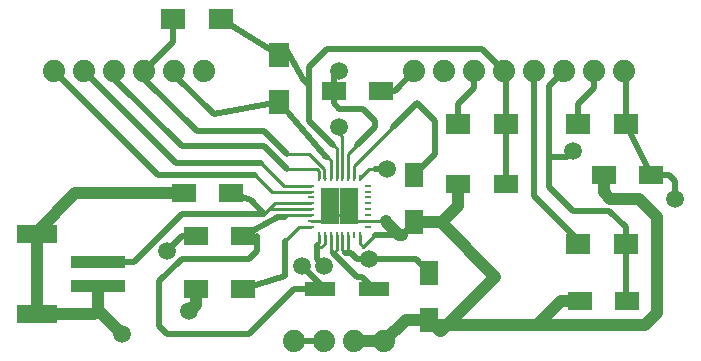
<source format=gbr>
G04 #@! TF.FileFunction,Copper,L1,Top,Signal*
%FSLAX46Y46*%
G04 Gerber Fmt 4.6, Leading zero omitted, Abs format (unit mm)*
G04 Created by KiCad (PCBNEW 4.0.6) date Saturday, December 02, 2017 'PMt' 02:19:44 PM*
%MOMM*%
%LPD*%
G01*
G04 APERTURE LIST*
%ADD10C,0.100000*%
%ADD11R,2.000000X1.600000*%
%ADD12R,1.600000X2.000000*%
%ADD13R,4.599940X0.998220*%
%ADD14R,3.398520X1.597660*%
%ADD15C,1.879600*%
%ADD16R,2.598420X1.198880*%
%ADD17R,2.600960X1.198880*%
%ADD18R,2.000000X1.700000*%
%ADD19R,1.700000X2.000000*%
%ADD20R,1.550000X1.550000*%
%ADD21R,0.600000X0.250000*%
%ADD22R,0.250000X0.600000*%
%ADD23C,1.500000*%
%ADD24C,0.500000*%
%ADD25C,0.250000*%
%ADD26C,1.000000*%
G04 APERTURE END LIST*
D10*
D11*
X176244000Y-104648000D03*
X172244000Y-104648000D03*
X174212000Y-115316000D03*
X170212000Y-115316000D03*
X163925000Y-105410000D03*
X159925000Y-105410000D03*
X140684000Y-106172000D03*
X136684000Y-106172000D03*
X141700000Y-114300000D03*
X137700000Y-114300000D03*
X141700000Y-109855000D03*
X137700000Y-109855000D03*
X149384000Y-97536000D03*
X153384000Y-97536000D03*
D12*
X156210000Y-104680000D03*
X156210000Y-108680000D03*
X157480000Y-112935000D03*
X157480000Y-116935000D03*
D13*
X129428240Y-114028220D03*
X129428240Y-112031780D03*
D14*
X124231400Y-116428520D03*
X124231400Y-109631480D03*
D15*
X173990000Y-95885000D03*
X171450000Y-95885000D03*
X168910000Y-95885000D03*
X166370000Y-95885000D03*
X163830000Y-95885000D03*
X161290000Y-95885000D03*
X158750000Y-95885000D03*
X156210000Y-95885000D03*
X125730000Y-95885000D03*
X128270000Y-95885000D03*
X130810000Y-95885000D03*
X133350000Y-95885000D03*
X135890000Y-95885000D03*
X138430000Y-95885000D03*
X146050000Y-118745000D03*
X148590000Y-118745000D03*
X151130000Y-118745000D03*
X153670000Y-118745000D03*
D16*
X148193760Y-114300000D03*
D17*
X152796240Y-114300000D03*
D18*
X170085000Y-100330000D03*
X174085000Y-100330000D03*
X170085000Y-110490000D03*
X174085000Y-110490000D03*
X159925000Y-100330000D03*
X163925000Y-100330000D03*
X135795000Y-91440000D03*
X139795000Y-91440000D03*
D19*
X144780000Y-98520000D03*
X144780000Y-94520000D03*
D20*
X149085000Y-108090000D03*
X149085000Y-106540000D03*
X150635000Y-106540000D03*
D21*
X147460000Y-105565000D03*
X147460000Y-106065000D03*
X147460000Y-106565000D03*
X147460000Y-107065000D03*
X147460000Y-107565000D03*
X147460000Y-108065000D03*
X147460000Y-108565000D03*
X147460000Y-109065000D03*
D22*
X148110000Y-109715000D03*
X148610000Y-109715000D03*
X149110000Y-109715000D03*
X149610000Y-109715000D03*
X150110000Y-109715000D03*
X150610000Y-109715000D03*
X151110000Y-109715000D03*
X151610000Y-109715000D03*
D21*
X152260000Y-109065000D03*
X152260000Y-108565000D03*
X152260000Y-108065000D03*
X152260000Y-107565000D03*
X152260000Y-107065000D03*
X152260000Y-106565000D03*
X152260000Y-106065000D03*
X152260000Y-105565000D03*
D22*
X151610000Y-104915000D03*
X151110000Y-104915000D03*
X150610000Y-104915000D03*
X150110000Y-104915000D03*
X149610000Y-104915000D03*
X149110000Y-104915000D03*
X148610000Y-104915000D03*
X148110000Y-104915000D03*
D20*
X150635000Y-108090000D03*
D23*
X178308000Y-106680000D03*
X153924000Y-104140000D03*
X131445000Y-118110000D03*
X137160000Y-116205000D03*
X149860000Y-100584000D03*
X169672000Y-102616000D03*
X146685000Y-112395000D03*
X149860000Y-95885000D03*
X148590000Y-112395000D03*
X135255000Y-111125000D03*
X152400000Y-111760000D03*
D24*
X152908000Y-104140000D02*
X153924000Y-104140000D01*
D25*
X152400000Y-104140000D02*
X152908000Y-104140000D01*
X151625000Y-104915000D02*
X152400000Y-104140000D01*
D24*
X177800000Y-104648000D02*
X176244000Y-104648000D01*
X178308000Y-105156000D02*
X177800000Y-104648000D01*
X178308000Y-106680000D02*
X178308000Y-105156000D01*
D25*
X151610000Y-104915000D02*
X151625000Y-104915000D01*
D24*
X174085000Y-100330000D02*
X176244000Y-104648000D01*
X174085000Y-100330000D02*
X174085000Y-95980000D01*
X174085000Y-95980000D02*
X173990000Y-95885000D01*
D25*
X149085000Y-108090000D02*
X149085000Y-106540000D01*
X147460000Y-108565000D02*
X148610000Y-108565000D01*
X148610000Y-108565000D02*
X149085000Y-108090000D01*
X149085000Y-108090000D02*
X150635000Y-108090000D01*
X150635000Y-108090000D02*
X150635000Y-106540000D01*
X152260000Y-108565000D02*
X151110000Y-108565000D01*
X151110000Y-108565000D02*
X150635000Y-108090000D01*
D26*
X124231400Y-109631480D02*
X124231400Y-116428520D01*
X124231400Y-116428520D02*
X129092960Y-116428520D01*
X129092960Y-116428520D02*
X129428240Y-116093240D01*
X137700000Y-114300000D02*
X137700000Y-115665000D01*
X129428240Y-116093240D02*
X129428240Y-114028220D01*
X131445000Y-118110000D02*
X129428240Y-116093240D01*
X137700000Y-115665000D02*
X137160000Y-116205000D01*
X124231400Y-109631480D02*
X124231400Y-109448600D01*
X124231400Y-109448600D02*
X127508000Y-106172000D01*
X127508000Y-106172000D02*
X136684000Y-106172000D01*
X151130000Y-118745000D02*
X153670000Y-118745000D01*
X159925000Y-105410000D02*
X159925000Y-107283000D01*
X158496000Y-108712000D02*
X158496000Y-108680000D01*
X159925000Y-107283000D02*
X158496000Y-108712000D01*
X156210000Y-108680000D02*
X158496000Y-108680000D01*
X158496000Y-108680000D02*
X158464000Y-108680000D01*
X158401000Y-117856000D02*
X157480000Y-116935000D01*
X158496000Y-117856000D02*
X158401000Y-117856000D01*
X163068000Y-113284000D02*
X158496000Y-117856000D01*
X158464000Y-108680000D02*
X163068000Y-113284000D01*
X170212000Y-115316000D02*
X168656000Y-115316000D01*
X168656000Y-115316000D02*
X166624000Y-117348000D01*
X172244000Y-104648000D02*
X172244000Y-106140000D01*
X172244000Y-106140000D02*
X172784000Y-106680000D01*
X172784000Y-106680000D02*
X175260000Y-106680000D01*
X175260000Y-106680000D02*
X176784000Y-108204000D01*
X176784000Y-108204000D02*
X176784000Y-116332000D01*
X176784000Y-116332000D02*
X175768000Y-117348000D01*
X175768000Y-117348000D02*
X166624000Y-117348000D01*
X166624000Y-117348000D02*
X157893000Y-117348000D01*
D24*
X157893000Y-117348000D02*
X157480000Y-116935000D01*
X153384000Y-97536000D02*
X154559000Y-97536000D01*
X154559000Y-97536000D02*
X156210000Y-95885000D01*
D26*
X153924000Y-108712000D02*
X154940000Y-109728000D01*
X154940000Y-109728000D02*
X155162000Y-109728000D01*
D25*
X152260000Y-108565000D02*
X153777000Y-108565000D01*
D26*
X153777000Y-108565000D02*
X153924000Y-108712000D01*
D24*
X152908000Y-109728000D02*
X155162000Y-109728000D01*
D25*
X151610000Y-110462000D02*
X151892000Y-110744000D01*
X151610000Y-109715000D02*
X151610000Y-110462000D01*
X152908000Y-109728000D02*
X151892000Y-110744000D01*
D24*
X155162000Y-109728000D02*
X156210000Y-108680000D01*
D26*
X157480000Y-116935000D02*
X155480000Y-116935000D01*
X155480000Y-116935000D02*
X153670000Y-118745000D01*
D25*
X150110000Y-103632000D02*
X150110000Y-101342000D01*
X150110000Y-101342000D02*
X149860000Y-101092000D01*
D24*
X149860000Y-100584000D02*
X149860000Y-101092000D01*
X169164000Y-103124000D02*
X167640000Y-103124000D01*
X169672000Y-102616000D02*
X169164000Y-103124000D01*
X174085000Y-110490000D02*
X174085000Y-115189000D01*
X174085000Y-115189000D02*
X174212000Y-115316000D01*
D25*
X150110000Y-104915000D02*
X150110000Y-103632000D01*
X150110000Y-103632000D02*
X150110000Y-103382000D01*
D24*
X172720000Y-107696000D02*
X169672000Y-107696000D01*
X174085000Y-109061000D02*
X172720000Y-107696000D01*
X174085000Y-110490000D02*
X174085000Y-109061000D01*
X167640000Y-105664000D02*
X167640000Y-103124000D01*
X169672000Y-107696000D02*
X167640000Y-105664000D01*
X167640000Y-97155000D02*
X168910000Y-95885000D01*
X167640000Y-103124000D02*
X167640000Y-97155000D01*
X147320000Y-97028000D02*
X147320000Y-95504000D01*
X161925000Y-93980000D02*
X163830000Y-95885000D01*
X148844000Y-93980000D02*
X161925000Y-93980000D01*
X147320000Y-95504000D02*
X148844000Y-93980000D01*
X149352000Y-102108000D02*
X147320000Y-100076000D01*
D25*
X149610000Y-102366000D02*
X149352000Y-102108000D01*
X149610000Y-104915000D02*
X149610000Y-102366000D01*
D24*
X146812000Y-96520000D02*
X145320000Y-93980000D01*
X147320000Y-97028000D02*
X146812000Y-96520000D01*
X147320000Y-100076000D02*
X147320000Y-97028000D01*
X145320000Y-93980000D02*
X144780000Y-94520000D01*
X163925000Y-100330000D02*
X163925000Y-105410000D01*
X163925000Y-100330000D02*
X163925000Y-95980000D01*
X163925000Y-95980000D02*
X163830000Y-95885000D01*
X144780000Y-94520000D02*
X139795000Y-91440000D01*
X145320000Y-93980000D02*
X144780000Y-94520000D01*
D25*
X147460000Y-107565000D02*
X143895000Y-107565000D01*
X143895000Y-107565000D02*
X143764000Y-107696000D01*
X147460000Y-107065000D02*
X144395000Y-107065000D01*
X144395000Y-107065000D02*
X143764000Y-107696000D01*
X143764000Y-107696000D02*
X143510000Y-107950000D01*
D24*
X129428240Y-112031780D02*
X132443220Y-112031780D01*
X142335000Y-106775000D02*
X140684000Y-106172000D01*
X143510000Y-107950000D02*
X142335000Y-106775000D01*
X136525000Y-107950000D02*
X143510000Y-107950000D01*
X132443220Y-112031780D02*
X136525000Y-107950000D01*
X145288000Y-110236000D02*
X145288000Y-113252000D01*
D25*
X146459000Y-109065000D02*
X145288000Y-110236000D01*
X147460000Y-109065000D02*
X146459000Y-109065000D01*
D24*
X145288000Y-113252000D02*
X141700000Y-114300000D01*
X149384000Y-97536000D02*
X149384000Y-96361000D01*
X146685000Y-112395000D02*
X148193760Y-113903760D01*
X149384000Y-96361000D02*
X149860000Y-95885000D01*
X148193760Y-113903760D02*
X148193760Y-114300000D01*
X148193760Y-114300000D02*
X146050000Y-114300000D01*
X142875000Y-111125000D02*
X142875000Y-109855000D01*
X142240000Y-111760000D02*
X142875000Y-111125000D01*
X136525000Y-111760000D02*
X142240000Y-111760000D01*
X134620000Y-113665000D02*
X136525000Y-111760000D01*
X134620000Y-117475000D02*
X134620000Y-113665000D01*
X135255000Y-118110000D02*
X134620000Y-117475000D01*
X142240000Y-118110000D02*
X135255000Y-118110000D01*
X146050000Y-114300000D02*
X142240000Y-118110000D01*
X151384000Y-102108000D02*
X152908000Y-100584000D01*
D25*
X150610000Y-104915000D02*
X150610000Y-102882000D01*
X150610000Y-102882000D02*
X150876000Y-102616000D01*
X151384000Y-102108000D02*
X150876000Y-102616000D01*
D24*
X149384000Y-98584000D02*
X149384000Y-97536000D01*
X149860000Y-99060000D02*
X149384000Y-98584000D01*
X151892000Y-99060000D02*
X149860000Y-99060000D01*
X152908000Y-100076000D02*
X151892000Y-99060000D01*
X152908000Y-100584000D02*
X152908000Y-100076000D01*
X145288000Y-108204000D02*
X144621000Y-108204000D01*
D25*
X145427000Y-108065000D02*
X145288000Y-108204000D01*
X147460000Y-108065000D02*
X145427000Y-108065000D01*
D24*
X144621000Y-108204000D02*
X141700000Y-109855000D01*
X137700000Y-109855000D02*
X136525000Y-109855000D01*
X147955000Y-111760000D02*
X147955000Y-110617000D01*
X148590000Y-112395000D02*
X147955000Y-111760000D01*
X136525000Y-109855000D02*
X135255000Y-111125000D01*
X137668000Y-109855000D02*
X137700000Y-109855000D01*
D25*
X148336000Y-110744000D02*
X147828000Y-110744000D01*
X148610000Y-110470000D02*
X148610000Y-109715000D01*
X148610000Y-110470000D02*
X148336000Y-110744000D01*
X147955000Y-110617000D02*
X147828000Y-110744000D01*
X148110000Y-110462000D02*
X147955000Y-110617000D01*
X148110000Y-109715000D02*
X148110000Y-110462000D01*
D24*
X154432000Y-100584000D02*
X156464000Y-98552000D01*
D25*
X151110000Y-103906000D02*
X154432000Y-100584000D01*
X151110000Y-104915000D02*
X151110000Y-103906000D01*
D24*
X157988000Y-102902000D02*
X156210000Y-104680000D01*
X157988000Y-100076000D02*
X157988000Y-102902000D01*
X157480000Y-99568000D02*
X157988000Y-100076000D01*
X156464000Y-98552000D02*
X157480000Y-99568000D01*
X152400000Y-111760000D02*
X156305000Y-111760000D01*
X156305000Y-111760000D02*
X157480000Y-112935000D01*
X146050000Y-118745000D02*
X148590000Y-118745000D01*
X150368000Y-111252000D02*
X150876000Y-111252000D01*
X151384000Y-111760000D02*
X152400000Y-111760000D01*
X150876000Y-111252000D02*
X151384000Y-111760000D01*
D25*
X150610000Y-109715000D02*
X150610000Y-111010000D01*
X150110000Y-110994000D02*
X150368000Y-111252000D01*
X150110000Y-110994000D02*
X150110000Y-109715000D01*
X150610000Y-111010000D02*
X150368000Y-111252000D01*
D24*
X170085000Y-100330000D02*
X170085000Y-98647000D01*
X171450000Y-97282000D02*
X171450000Y-95885000D01*
X170085000Y-98647000D02*
X171450000Y-97282000D01*
X170085000Y-110490000D02*
X170085000Y-110141000D01*
X170085000Y-110141000D02*
X166370000Y-106426000D01*
X166370000Y-106426000D02*
X166370000Y-95885000D01*
X159925000Y-100330000D02*
X159925000Y-98647000D01*
X161290000Y-97282000D02*
X161290000Y-95885000D01*
X159925000Y-98647000D02*
X161290000Y-97282000D01*
X142748000Y-104648000D02*
X134493000Y-104648000D01*
D25*
X144165000Y-106065000D02*
X142748000Y-104648000D01*
X147460000Y-106065000D02*
X144165000Y-106065000D01*
D24*
X134493000Y-104648000D02*
X125730000Y-95885000D01*
X143256000Y-103632000D02*
X136017000Y-103632000D01*
D25*
X145189000Y-105565000D02*
X143256000Y-103632000D01*
X147460000Y-105565000D02*
X145189000Y-105565000D01*
D24*
X136017000Y-103632000D02*
X128270000Y-95885000D01*
D25*
X145415000Y-104140000D02*
X147955000Y-104140000D01*
D24*
X143510000Y-102235000D02*
X145415000Y-104140000D01*
X130810000Y-96520000D02*
X136525000Y-102235000D01*
X136525000Y-102235000D02*
X142875000Y-102235000D01*
X142875000Y-102235000D02*
X143510000Y-102235000D01*
D25*
X148110000Y-104295000D02*
X148110000Y-104915000D01*
X147955000Y-104140000D02*
X148110000Y-104295000D01*
D24*
X130810000Y-95885000D02*
X130810000Y-96520000D01*
D25*
X145415000Y-102870000D02*
X147320000Y-102870000D01*
D24*
X143510000Y-100965000D02*
X145415000Y-102870000D01*
X133350000Y-96520000D02*
X137795000Y-100965000D01*
X137795000Y-100965000D02*
X142875000Y-100965000D01*
X142875000Y-100965000D02*
X143510000Y-100965000D01*
D25*
X148590000Y-104140000D02*
X148590000Y-104895000D01*
X147320000Y-102870000D02*
X148590000Y-104140000D01*
X148590000Y-104895000D02*
X148610000Y-104915000D01*
D24*
X133350000Y-95885000D02*
X133350000Y-96520000D01*
X135795000Y-91440000D02*
X135795000Y-93440000D01*
X135795000Y-93440000D02*
X133350000Y-95885000D01*
X144780000Y-98520000D02*
X139224000Y-99536000D01*
X139224000Y-99536000D02*
X135890000Y-96202000D01*
X135890000Y-96202000D02*
X135890000Y-95885000D01*
X148844000Y-103124000D02*
X148749000Y-103124000D01*
D25*
X149110000Y-103390000D02*
X148844000Y-103124000D01*
X149110000Y-104915000D02*
X149110000Y-103390000D01*
D24*
X148749000Y-103124000D02*
X144780000Y-98520000D01*
X150368000Y-112268000D02*
X151384000Y-113284000D01*
X149352000Y-111252000D02*
X150368000Y-112268000D01*
X151780240Y-113284000D02*
X152796240Y-114300000D01*
X151384000Y-113284000D02*
X151780240Y-113284000D01*
D25*
X149610000Y-109715000D02*
X149610000Y-110994000D01*
X149110000Y-111010000D02*
X149352000Y-111252000D01*
X149110000Y-111010000D02*
X149110000Y-109715000D01*
X149610000Y-110994000D02*
X149352000Y-111252000D01*
M02*

</source>
